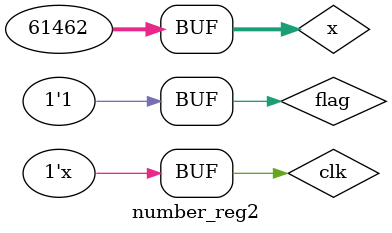
<source format=v>
`timescale 1ns / 1ps


module number_reg2;

	// Inputs
	reg clk;
	reg [31:0] x;
	reg flag;

	// Outputs
	wire [31:0] number;

	// Instantiate the Unit Under Test (UUT)
	regNumber uut (
		.clk(clk), 
		.x(x), 
		.flag(flag), 
		.number(number)
	);

	initial begin
		// Initialize Inputs
		clk = 1;
		x = 0;
		flag = 0;

		// Wait 100 ns for global reset to finish
		#100;
        
		// Add stimulus here
		x = 32'hF016;
		flag = 1;
		
		#40;
		x = 32'hF014;
		flag = 1;
		
		#40;
		x = 32'hF016;
		flag = 1;
		
	end
	
	always begin
		#10  clk = ~clk;
	end
      
endmodule


</source>
